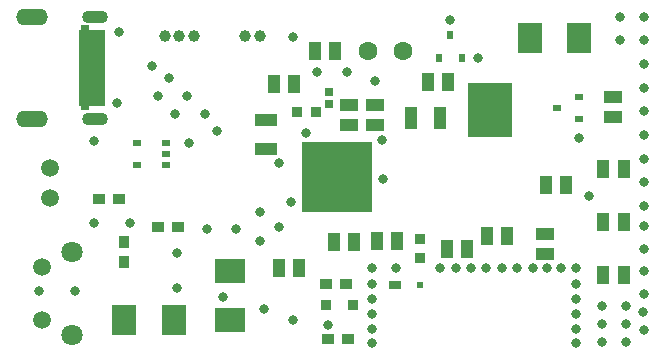
<source format=gts>
G04*
G04 #@! TF.GenerationSoftware,Altium Limited,Altium Designer,23.8.1 (32)*
G04*
G04 Layer_Color=8388736*
%FSLAX44Y44*%
%MOMM*%
G71*
G04*
G04 #@! TF.SameCoordinates,BD739B87-A4AA-4D6D-BF89-38DACE635197*
G04*
G04*
G04 #@! TF.FilePolarity,Negative*
G04*
G01*
G75*
%ADD36R,3.8000X4.6000*%
%ADD37R,2.2000X6.4000*%
%ADD38R,5.9000X5.9000*%
%ADD39R,0.8000X1.1000*%
%ADD40R,0.8000X0.4000*%
%ADD41R,0.6000X0.6000*%
%ADD42R,1.0000X0.8000*%
%ADD43R,0.8000X0.7000*%
%ADD44R,0.9000X0.9000*%
%ADD45R,4.7000X4.7000*%
%ADD46R,0.5000X0.3000*%
%ADD47R,0.3000X0.5000*%
%ADD48R,1.0500X1.5000*%
%ADD49R,1.0000X0.9000*%
%ADD50R,0.9000X0.9000*%
%ADD51R,1.5000X1.0500*%
%ADD52R,2.1000X2.6000*%
%ADD53R,0.6000X0.7000*%
%ADD54R,1.9000X1.1000*%
%ADD55R,2.1000X3.1000*%
%ADD56R,0.7000X2.1000*%
%ADD57R,0.7000X1.5000*%
%ADD58R,0.9000X1.0000*%
%ADD59R,2.6000X2.1000*%
%ADD60R,0.7000X0.6000*%
%ADD61R,1.1000X1.9000*%
%ADD62O,2.7000X1.4000*%
%ADD63O,2.2000X1.1000*%
%ADD64C,1.6000*%
%ADD65C,1.0000*%
%ADD66C,1.5000*%
%ADD67C,1.8000*%
%ADD68C,0.1000*%
%ADD69C,0.8000*%
D36*
X85000Y161000D02*
D03*
D37*
X-252000Y197000D02*
D03*
D38*
X-44500Y104000D02*
D03*
D39*
X-258300Y228000D02*
D03*
Y166000D02*
D03*
D40*
Y219500D02*
D03*
Y214500D02*
D03*
Y209500D02*
D03*
Y204500D02*
D03*
Y199500D02*
D03*
Y194500D02*
D03*
Y189500D02*
D03*
Y184500D02*
D03*
Y179500D02*
D03*
Y174500D02*
D03*
X-245300Y167000D02*
D03*
Y172000D02*
D03*
Y177000D02*
D03*
Y182000D02*
D03*
Y187000D02*
D03*
Y192000D02*
D03*
Y202000D02*
D03*
Y207000D02*
D03*
Y212000D02*
D03*
Y217000D02*
D03*
Y222000D02*
D03*
Y227000D02*
D03*
D41*
X25500Y13000D02*
D03*
D42*
X4501Y13020D02*
D03*
D43*
X-51000Y176000D02*
D03*
Y166000D02*
D03*
D44*
X-62500Y159000D02*
D03*
X-78500D02*
D03*
X-53750Y-4000D02*
D03*
X-31250D02*
D03*
D45*
X-44500Y104000D02*
D03*
D46*
X-71500Y126000D02*
D03*
Y122000D02*
D03*
Y118000D02*
D03*
Y114000D02*
D03*
Y110000D02*
D03*
Y106000D02*
D03*
Y102000D02*
D03*
Y98000D02*
D03*
Y94000D02*
D03*
Y90000D02*
D03*
Y86000D02*
D03*
Y82000D02*
D03*
X-17500D02*
D03*
Y86000D02*
D03*
Y90000D02*
D03*
Y94000D02*
D03*
Y98000D02*
D03*
Y102000D02*
D03*
Y106000D02*
D03*
Y110000D02*
D03*
Y114000D02*
D03*
Y118000D02*
D03*
Y122000D02*
D03*
Y126000D02*
D03*
D47*
X-66500Y77000D02*
D03*
X-62500D02*
D03*
X-58500D02*
D03*
X-54500D02*
D03*
X-50500D02*
D03*
X-46500D02*
D03*
X-42500D02*
D03*
X-38500D02*
D03*
X-34500D02*
D03*
X-30500D02*
D03*
X-26500D02*
D03*
X-22500D02*
D03*
Y131000D02*
D03*
X-26500D02*
D03*
X-30500D02*
D03*
X-34500D02*
D03*
X-38500D02*
D03*
X-42500D02*
D03*
X-46500D02*
D03*
X-50500D02*
D03*
X-54500D02*
D03*
X-58500D02*
D03*
X-62500D02*
D03*
X-66500D02*
D03*
D48*
X65500Y43000D02*
D03*
X48500D02*
D03*
X99500Y54000D02*
D03*
X82500D02*
D03*
X181000Y66000D02*
D03*
X198000D02*
D03*
X-30000Y49000D02*
D03*
X-47000D02*
D03*
X181000Y111000D02*
D03*
X198000D02*
D03*
X6000Y50000D02*
D03*
X-11000D02*
D03*
X-81000Y183000D02*
D03*
X-98000D02*
D03*
X-77000Y27000D02*
D03*
X-94000D02*
D03*
X132000Y98000D02*
D03*
X149000D02*
D03*
X198000Y21000D02*
D03*
X181000D02*
D03*
X-46000Y211000D02*
D03*
X-63000D02*
D03*
X32500Y185000D02*
D03*
X49500D02*
D03*
D49*
X-246000Y86000D02*
D03*
X-229000D02*
D03*
X-54000Y14000D02*
D03*
X-37000D02*
D03*
X-179000Y62000D02*
D03*
X-196000D02*
D03*
X-52000Y-33000D02*
D03*
X-35000D02*
D03*
D50*
X26000Y51500D02*
D03*
Y35500D02*
D03*
D51*
X-34000Y148500D02*
D03*
Y165500D02*
D03*
X-12500Y148500D02*
D03*
Y165500D02*
D03*
X131500Y56500D02*
D03*
Y39500D02*
D03*
X189500Y172500D02*
D03*
Y155500D02*
D03*
D52*
X-224500Y-17000D02*
D03*
X-182500D02*
D03*
X160500Y222000D02*
D03*
X118500D02*
D03*
D53*
X51500Y224500D02*
D03*
X61000Y205500D02*
D03*
X42000D02*
D03*
D54*
X-104500Y153000D02*
D03*
Y128000D02*
D03*
D55*
X85000Y168000D02*
D03*
D56*
X85250Y149000D02*
D03*
D57*
X100000Y146000D02*
D03*
X70000D02*
D03*
D58*
X-224500Y49500D02*
D03*
Y32500D02*
D03*
D59*
X-135500Y-17000D02*
D03*
Y25000D02*
D03*
D60*
X141500Y163000D02*
D03*
X160500Y172500D02*
D03*
Y153500D02*
D03*
X-214000Y114500D02*
D03*
X-189000Y133500D02*
D03*
Y124000D02*
D03*
X-214000Y133500D02*
D03*
X-189000Y114500D02*
D03*
D61*
X43000Y154000D02*
D03*
X18000D02*
D03*
D62*
X-303000Y153800D02*
D03*
Y240200D02*
D03*
D63*
X-249400Y153800D02*
D03*
Y240200D02*
D03*
D64*
X-18500Y211000D02*
D03*
X11500D02*
D03*
D65*
X-110000Y224000D02*
D03*
X-122500D02*
D03*
X-178000D02*
D03*
X-190500D02*
D03*
X-165500D02*
D03*
D66*
X-294000Y-16500D02*
D03*
Y28500D02*
D03*
X-287500Y86250D02*
D03*
Y111750D02*
D03*
D67*
X-269000Y-29000D02*
D03*
Y41000D02*
D03*
D68*
X53500Y103000D02*
D03*
X-146500D02*
D03*
D69*
X200000Y-5000D02*
D03*
X180000D02*
D03*
Y-35000D02*
D03*
X200000D02*
D03*
X56000Y27000D02*
D03*
X43000D02*
D03*
X69000D02*
D03*
X145000D02*
D03*
X133000D02*
D03*
X121000D02*
D03*
X108000D02*
D03*
X82000D02*
D03*
X95000D02*
D03*
X158000Y-36000D02*
D03*
Y-24000D02*
D03*
Y-12000D02*
D03*
Y1000D02*
D03*
Y27000D02*
D03*
Y14000D02*
D03*
X-15000D02*
D03*
Y27000D02*
D03*
Y1000D02*
D03*
Y-12000D02*
D03*
Y-24000D02*
D03*
X-71000Y142000D02*
D03*
X-5500Y103000D02*
D03*
X160500Y137000D02*
D03*
X200000Y-20000D02*
D03*
X180000D02*
D03*
X195000Y220000D02*
D03*
Y240000D02*
D03*
X215000D02*
D03*
Y220000D02*
D03*
Y200000D02*
D03*
Y180000D02*
D03*
Y160000D02*
D03*
Y140000D02*
D03*
Y120000D02*
D03*
Y100000D02*
D03*
Y80000D02*
D03*
X215133Y63014D02*
D03*
X215213Y43608D02*
D03*
X215000Y25000D02*
D03*
Y5000D02*
D03*
X214890Y-10082D02*
D03*
X215000Y-25000D02*
D03*
X5000Y27000D02*
D03*
X-15000Y-36000D02*
D03*
X-81500Y223000D02*
D03*
X-110000Y50000D02*
D03*
X-180000Y40000D02*
D03*
X168500Y88000D02*
D03*
X-36500Y193000D02*
D03*
X-61500D02*
D03*
X-141500Y3000D02*
D03*
X-81500Y-17000D02*
D03*
X-106500Y-7000D02*
D03*
X-180000Y10000D02*
D03*
X-296500Y8000D02*
D03*
X-266500D02*
D03*
X-130000Y60000D02*
D03*
X-110000Y75000D02*
D03*
X-155000Y60000D02*
D03*
X-220000Y65000D02*
D03*
X-250000D02*
D03*
Y135000D02*
D03*
X-146500Y143000D02*
D03*
X-156500Y158000D02*
D03*
X-181500D02*
D03*
X-171500Y173000D02*
D03*
X-196500D02*
D03*
X-186500Y188000D02*
D03*
X-201500Y198000D02*
D03*
X-50500Y98000D02*
D03*
X-38500D02*
D03*
Y110000D02*
D03*
X-50500D02*
D03*
X-62500D02*
D03*
Y98000D02*
D03*
Y86000D02*
D03*
X-50500D02*
D03*
X-38500D02*
D03*
X-26500D02*
D03*
Y98000D02*
D03*
Y110000D02*
D03*
Y122000D02*
D03*
X-38500D02*
D03*
X-50500D02*
D03*
X-62500D02*
D03*
X-229500Y227000D02*
D03*
X-230500Y167000D02*
D03*
X-83500Y83000D02*
D03*
X-6500Y136000D02*
D03*
X-12500Y186000D02*
D03*
X-169500Y133000D02*
D03*
X74500Y205000D02*
D03*
X-52500Y-21000D02*
D03*
X-93500Y62000D02*
D03*
Y116000D02*
D03*
X51500Y237000D02*
D03*
M02*

</source>
